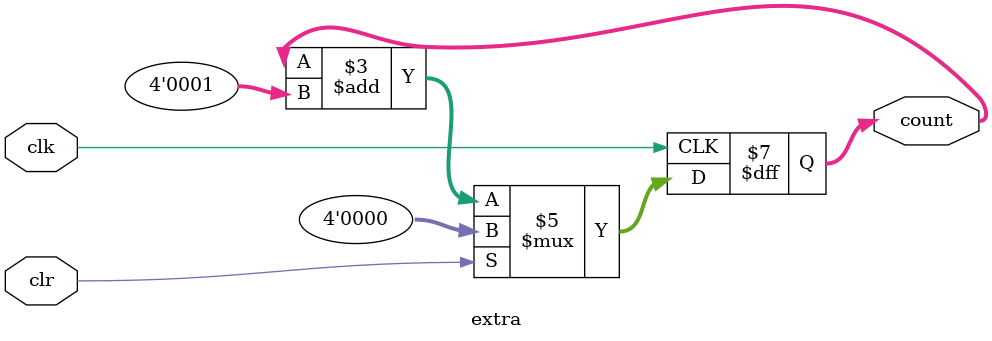
<source format=v>
module extra (
input clk,
input clr,

output reg[3:0] count
);


always @(posedge clk) begin
if(clr==1'b1) begin
count <= 4'h0000;

end
	else count<=count+4'h1;
end


endmodule
</source>
